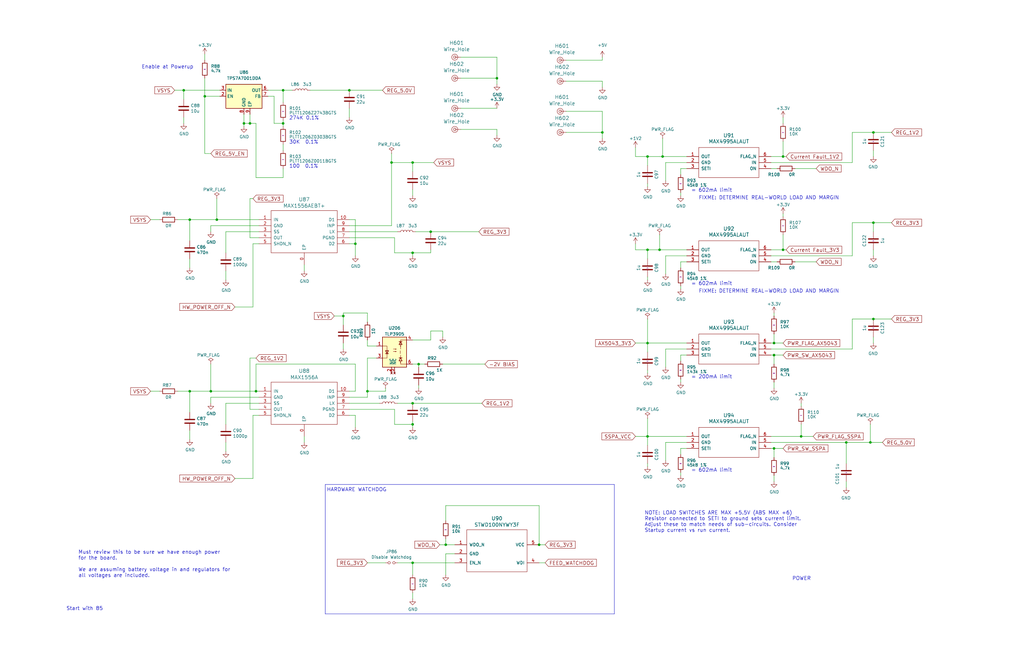
<source format=kicad_sch>
(kicad_sch (version 20230121) (generator eeschema)
  (paper "USLedger")
  (title_block (title "Radiation Tolerant PacSat Communication") (date "2023-06-17") (rev "A") (company "AMSAT-NA") (comment 1 "N5BRG"))
  (junction (at 181.61 97.79))
  (junction (at 187.96 229.87))
  (junction (at 147.32 38.1))
  (junction (at 227.33 229.87))
  (junction (at 326.39 144.78))
  (junction (at 254 55.88))
  (junction (at 279.4 66.04))
  (junction (at 86.36 40.64))
  (junction (at 173.99 106.68))
  (junction (at 77.47 38.1))
  (junction (at 278.13 105.41))
  (junction (at 80.01 165.1))
  (junction (at 273.05 184.15))
  (junction (at 368.3 134.62))
  (junction (at 88.9 165.1))
  (junction (at 119.38 52.07))
  (junction (at 102.87 52.07))
  (junction (at 119.38 38.1))
  (junction (at 144.78 133.35))
  (junction (at 149.86 102.87))
  (junction (at 330.2 105.41))
  (junction (at 105.41 52.07))
  (junction (at 154.94 165.1))
  (junction (at 165.1 68.58))
  (junction (at 173.99 179.07))
  (junction (at 337.82 184.15))
  (junction (at 356.87 186.69))
  (junction (at 330.2 66.04))
  (junction (at 173.99 237.49))
  (junction (at 80.01 92.71))
  (junction (at 368.3 55.88))
  (junction (at 107.95 165.1))
  (junction (at 91.44 92.71))
  (junction (at 173.99 170.18))
  (junction (at 173.99 68.58))
  (junction (at 273.05 105.41))
  (junction (at 326.39 149.86))
  (junction (at 209.55 33.02))
  (junction (at 273.05 66.04))
  (junction (at 367.03 186.69))
  (junction (at 368.3 93.98))
  (junction (at 273.05 144.78))
  (junction (at 326.39 189.23))
  (junction (at 176.53 153.67))
  (wire (pts (xy 287.02 81.28) (xy 287.02 82.55)))
  (wire (pts (xy 273.05 176.53) (xy 273.05 184.15)))
  (wire (pts (xy 147.32 172.72) (xy 166.37 172.72)))
  (wire (pts (xy 194.31 54.61) (xy 209.55 54.61)))
  (wire (pts (xy 330.2 66.04) (xy 331.47 66.04)))
  (wire (pts (xy 273.05 156.21) (xy 273.05 157.48)))
  (wire (pts (xy 181.61 143.51) (xy 181.61 139.7)))
  (polyline (pts (xy 137.16 204.47) (xy 259.08 204.47)))
  (wire (pts (xy 107.95 74.93) (xy 119.38 74.93)))
  (wire (pts (xy 95.25 97.79) (xy 95.25 106.68)))
  (wire (pts (xy 186.69 139.7) (xy 186.69 142.24)))
  (wire (pts (xy 359.41 107.95) (xy 359.41 93.98)))
  (wire (pts (xy 119.38 52.07) (xy 119.38 53.34)))
  (wire (pts (xy 359.41 68.58) (xy 359.41 55.88)))
  (wire (pts (xy 166.37 172.72) (xy 166.37 179.07)))
  (polyline (pts (xy 259.08 259.08) (xy 137.16 259.08)))
  (wire (pts (xy 176.53 153.67) (xy 179.07 153.67)))
  (wire (pts (xy 105.41 100.33) (xy 109.22 100.33)))
  (wire (pts (xy 359.41 134.62) (xy 359.41 147.32)))
  (wire (pts (xy 273.05 184.15) (xy 289.56 184.15)))
  (wire (pts (xy 330.2 49.53) (xy 330.2 52.07)))
  (wire (pts (xy 368.3 93.98) (xy 375.92 93.98)))
  (wire (pts (xy 176.53 153.67) (xy 176.53 154.94)))
  (wire (pts (xy 95.25 114.3) (xy 95.25 118.11)))
  (wire (pts (xy 154.94 143.51) (xy 154.94 146.05)))
  (wire (pts (xy 77.47 49.53) (xy 77.47 52.07)))
  (wire (pts (xy 144.78 132.08) (xy 144.78 133.35)))
  (wire (pts (xy 337.82 170.18) (xy 337.82 171.45)))
  (wire (pts (xy 115.57 52.07) (xy 119.38 52.07)))
  (wire (pts (xy 287.02 152.4) (xy 287.02 149.86)))
  (wire (pts (xy 167.64 237.49) (xy 173.99 237.49)))
  (wire (pts (xy 115.57 40.64) (xy 115.57 52.07)))
  (wire (pts (xy 147.32 165.1) (xy 149.86 165.1)))
  (wire (pts (xy 185.42 229.87) (xy 187.96 229.87)))
  (wire (pts (xy 279.4 66.04) (xy 289.56 66.04)))
  (wire (pts (xy 191.77 233.68) (xy 187.96 233.68)))
  (wire (pts (xy 335.28 71.12) (xy 344.17 71.12)))
  (wire (pts (xy 119.38 60.96) (xy 119.38 63.5)))
  (wire (pts (xy 187.96 229.87) (xy 191.77 229.87)))
  (wire (pts (xy 181.61 106.68) (xy 173.99 106.68)))
  (wire (pts (xy 109.22 97.79) (xy 95.25 97.79)))
  (wire (pts (xy 209.55 54.61) (xy 209.55 57.15)))
  (wire (pts (xy 368.3 66.04) (xy 368.3 63.5)))
  (wire (pts (xy 227.33 229.87) (xy 229.87 229.87)))
  (wire (pts (xy 63.5 92.71) (xy 67.31 92.71)))
  (wire (pts (xy 109.22 175.26) (xy 106.68 175.26)))
  (wire (pts (xy 368.3 105.41) (xy 368.3 107.95)))
  (wire (pts (xy 273.05 109.22) (xy 273.05 105.41)))
  (wire (pts (xy 254 46.99) (xy 254 55.88)))
  (wire (pts (xy 86.36 40.64) (xy 92.71 40.64)))
  (wire (pts (xy 356.87 186.69) (xy 367.03 186.69)))
  (wire (pts (xy 325.12 66.04) (xy 330.2 66.04)))
  (wire (pts (xy 337.82 184.15) (xy 342.9 184.15)))
  (wire (pts (xy 287.02 191.77) (xy 287.02 189.23)))
  (wire (pts (xy 326.39 200.66) (xy 326.39 203.2)))
  (wire (pts (xy 106.68 201.93) (xy 106.68 175.26)))
  (wire (pts (xy 105.41 48.26) (xy 105.41 52.07)))
  (wire (pts (xy 173.99 80.01) (xy 173.99 82.55)))
  (wire (pts (xy 267.97 62.23) (xy 267.97 66.04)))
  (wire (pts (xy 181.61 105.41) (xy 181.61 106.68)))
  (wire (pts (xy 113.03 40.64) (xy 115.57 40.64)))
  (wire (pts (xy 368.3 55.88) (xy 375.92 55.88)))
  (wire (pts (xy 119.38 50.8) (xy 119.38 52.07)))
  (wire (pts (xy 102.87 52.07) (xy 102.87 53.34)))
  (wire (pts (xy 176.53 162.56) (xy 176.53 163.83)))
  (wire (pts (xy 182.88 68.58) (xy 173.99 68.58)))
  (wire (pts (xy 326.39 144.78) (xy 325.12 144.78)))
  (wire (pts (xy 273.05 148.59) (xy 273.05 144.78)))
  (wire (pts (xy 107.95 74.93) (xy 107.95 52.07)))
  (wire (pts (xy 278.13 105.41) (xy 289.56 105.41)))
  (wire (pts (xy 109.22 167.64) (xy 88.9 167.64)))
  (wire (pts (xy 273.05 134.62) (xy 273.05 144.78)))
  (wire (pts (xy 77.47 38.1) (xy 92.71 38.1)))
  (wire (pts (xy 149.86 102.87) (xy 149.86 107.95)))
  (wire (pts (xy 144.78 132.08) (xy 154.94 132.08)))
  (wire (pts (xy 287.02 199.39) (xy 287.02 200.66)))
  (wire (pts (xy 186.69 153.67) (xy 204.47 153.67)))
  (wire (pts (xy 273.05 69.85) (xy 273.05 66.04)))
  (wire (pts (xy 77.47 41.91) (xy 77.47 38.1)))
  (wire (pts (xy 326.39 132.08) (xy 326.39 133.35)))
  (wire (pts (xy 187.96 213.36) (xy 227.33 213.36)))
  (wire (pts (xy 368.3 134.62) (xy 375.92 134.62)))
  (wire (pts (xy 330.2 66.04) (xy 330.2 59.69)))
  (wire (pts (xy 95.25 186.69) (xy 95.25 190.5)))
  (wire (pts (xy 325.12 184.15) (xy 337.82 184.15)))
  (wire (pts (xy 173.99 72.39) (xy 173.99 68.58)))
  (wire (pts (xy 273.05 195.58) (xy 273.05 196.85)))
  (wire (pts (xy 149.86 92.71) (xy 149.86 102.87)))
  (wire (pts (xy 80.01 165.1) (xy 88.9 165.1)))
  (wire (pts (xy 173.99 143.51) (xy 181.61 143.51)))
  (wire (pts (xy 86.36 22.86) (xy 86.36 25.4)))
  (wire (pts (xy 326.39 149.86) (xy 326.39 153.67)))
  (wire (pts (xy 173.99 179.07) (xy 173.99 180.34)))
  (wire (pts (xy 106.68 102.87) (xy 109.22 102.87)))
  (wire (pts (xy 356.87 195.58) (xy 356.87 186.69)))
  (wire (pts (xy 273.05 144.78) (xy 289.56 144.78)))
  (wire (pts (xy 80.01 92.71) (xy 80.01 101.6)))
  (wire (pts (xy 287.02 160.02) (xy 287.02 161.29)))
  (wire (pts (xy 144.78 144.78) (xy 144.78 147.32)))
  (wire (pts (xy 130.81 38.1) (xy 147.32 38.1)))
  (wire (pts (xy 287.02 73.66) (xy 287.02 71.12)))
  (wire (pts (xy 165.1 95.25) (xy 165.1 68.58)))
  (wire (pts (xy 95.25 170.18) (xy 95.25 179.07)))
  (wire (pts (xy 162.56 163.83) (xy 162.56 165.1)))
  (wire (pts (xy 162.56 237.49) (xy 154.94 237.49)))
  (wire (pts (xy 88.9 165.1) (xy 107.95 165.1)))
  (wire (pts (xy 326.39 161.29) (xy 326.39 163.83)))
  (wire (pts (xy 147.32 102.87) (xy 149.86 102.87)))
  (wire (pts (xy 173.99 250.19) (xy 173.99 252.73)))
  (wire (pts (xy 267.97 66.04) (xy 273.05 66.04)))
  (wire (pts (xy 209.55 24.13) (xy 209.55 33.02)))
  (wire (pts (xy 105.41 151.13) (xy 107.95 151.13)))
  (wire (pts (xy 173.99 153.67) (xy 176.53 153.67)))
  (wire (pts (xy 287.02 110.49) (xy 289.56 110.49)))
  (wire (pts (xy 105.41 52.07) (xy 107.95 52.07)))
  (wire (pts (xy 119.38 71.12) (xy 119.38 74.93)))
  (wire (pts (xy 368.3 144.78) (xy 368.3 142.24)))
  (wire (pts (xy 154.94 151.13) (xy 154.94 165.1)))
  (wire (pts (xy 102.87 48.26) (xy 102.87 52.07)))
  (wire (pts (xy 167.64 170.18) (xy 173.99 170.18)))
  (wire (pts (xy 113.03 38.1) (xy 119.38 38.1)))
  (wire (pts (xy 330.2 105.41) (xy 331.47 105.41)))
  (wire (pts (xy 107.95 153.67) (xy 107.95 165.1)))
  (wire (pts (xy 147.32 45.72) (xy 147.32 49.53)))
  (wire (pts (xy 86.36 33.02) (xy 86.36 40.64)))
  (wire (pts (xy 289.56 68.58) (xy 280.67 68.58)))
  (wire (pts (xy 273.05 105.41) (xy 278.13 105.41)))
  (wire (pts (xy 128.27 184.15) (xy 128.27 186.69)))
  (wire (pts (xy 173.99 177.8) (xy 173.99 179.07)))
  (wire (pts (xy 106.68 129.54) (xy 106.68 102.87)))
  (wire (pts (xy 267.97 184.15) (xy 273.05 184.15)))
  (wire (pts (xy 149.86 175.26) (xy 149.86 180.34)))
  (wire (pts (xy 238.76 55.88) (xy 254 55.88)))
  (wire (pts (xy 80.01 109.22) (xy 80.01 113.03)))
  (wire (pts (xy 74.93 165.1) (xy 80.01 165.1)))
  (wire (pts (xy 287.02 71.12) (xy 289.56 71.12)))
  (wire (pts (xy 175.26 97.79) (xy 181.61 97.79)))
  (wire (pts (xy 209.55 33.02) (xy 209.55 35.56)))
  (wire (pts (xy 359.41 93.98) (xy 368.3 93.98)))
  (wire (pts (xy 154.94 146.05) (xy 158.75 146.05)))
  (wire (pts (xy 88.9 95.25) (xy 88.9 97.79)))
  (wire (pts (xy 254 34.29) (xy 254 36.83)))
  (wire (pts (xy 368.3 93.98) (xy 368.3 97.79)))
  (wire (pts (xy 173.99 106.68) (xy 173.99 107.95)))
  (wire (pts (xy 147.32 97.79) (xy 167.64 97.79)))
  (wire (pts (xy 238.76 25.4) (xy 254 25.4)))
  (wire (pts (xy 287.02 120.65) (xy 287.02 121.92)))
  (wire (pts (xy 273.05 66.04) (xy 279.4 66.04)))
  (wire (pts (xy 367.03 186.69) (xy 372.11 186.69)))
  (wire (pts (xy 254 55.88) (xy 254 58.42)))
  (wire (pts (xy 287.02 189.23) (xy 289.56 189.23)))
  (wire (pts (xy 330.2 105.41) (xy 330.2 99.06)))
  (polyline (pts (xy 137.16 259.08) (xy 137.16 204.47)))
  (wire (pts (xy 359.41 147.32) (xy 325.12 147.32)))
  (wire (pts (xy 173.99 237.49) (xy 173.99 242.57)))
  (wire (pts (xy 105.41 83.82) (xy 106.68 83.82)))
  (wire (pts (xy 273.05 187.96) (xy 273.05 184.15)))
  (wire (pts (xy 109.22 170.18) (xy 95.25 170.18)))
  (wire (pts (xy 166.37 106.68) (xy 173.99 106.68)))
  (wire (pts (xy 80.01 92.71) (xy 91.44 92.71)))
  (wire (pts (xy 86.36 64.77) (xy 86.36 40.64)))
  (wire (pts (xy 227.33 237.49) (xy 229.87 237.49)))
  (wire (pts (xy 326.39 149.86) (xy 330.2 149.86)))
  (wire (pts (xy 325.12 149.86) (xy 326.39 149.86)))
  (wire (pts (xy 194.31 45.72) (xy 209.55 45.72)))
  (wire (pts (xy 238.76 46.99) (xy 254 46.99)))
  (wire (pts (xy 91.44 92.71) (xy 109.22 92.71)))
  (wire (pts (xy 325.12 71.12) (xy 327.66 71.12)))
  (wire (pts (xy 105.41 83.82) (xy 105.41 100.33)))
  (wire (pts (xy 147.32 95.25) (xy 165.1 95.25)))
  (wire (pts (xy 335.28 110.49) (xy 344.17 110.49)))
  (wire (pts (xy 267.97 144.78) (xy 273.05 144.78)))
  (wire (pts (xy 147.32 170.18) (xy 160.02 170.18)))
  (wire (pts (xy 267.97 105.41) (xy 273.05 105.41)))
  (wire (pts (xy 367.03 179.07) (xy 367.03 186.69)))
  (wire (pts (xy 88.9 153.67) (xy 88.9 165.1)))
  (wire (pts (xy 325.12 105.41) (xy 330.2 105.41)))
  (wire (pts (xy 88.9 64.77) (xy 86.36 64.77)))
  (wire (pts (xy 166.37 100.33) (xy 166.37 106.68)))
  (wire (pts (xy 119.38 38.1) (xy 119.38 43.18)))
  (wire (pts (xy 273.05 77.47) (xy 273.05 78.74)))
  (wire (pts (xy 88.9 167.64) (xy 88.9 170.18)))
  (wire (pts (xy 330.2 90.17) (xy 330.2 91.44)))
  (wire (pts (xy 109.22 95.25) (xy 88.9 95.25)))
  (wire (pts (xy 280.67 147.32) (xy 280.67 154.94)))
  (wire (pts (xy 289.56 107.95) (xy 280.67 107.95)))
  (wire (pts (xy 267.97 102.87) (xy 267.97 105.41)))
  (wire (pts (xy 147.32 38.1) (xy 161.29 38.1)))
  (wire (pts (xy 165.1 68.58) (xy 173.99 68.58)))
  (wire (pts (xy 154.94 165.1) (xy 154.94 167.64)))
  (wire (pts (xy 359.41 134.62) (xy 368.3 134.62)))
  (wire (pts (xy 105.41 172.72) (xy 105.41 151.13)))
  (wire (pts (xy 325.12 189.23) (xy 326.39 189.23)))
  (wire (pts (xy 325.12 110.49) (xy 327.66 110.49)))
  (polyline (pts (xy 259.08 204.47) (xy 259.08 259.08)))
  (wire (pts (xy 254 24.13) (xy 254 25.4)))
  (wire (pts (xy 326.39 193.04) (xy 326.39 189.23)))
  (wire (pts (xy 289.56 186.69) (xy 280.67 186.69)))
  (wire (pts (xy 273.05 116.84) (xy 273.05 118.11)))
  (wire (pts (xy 287.02 149.86) (xy 289.56 149.86)))
  (wire (pts (xy 99.06 129.54) (xy 106.68 129.54)))
  (wire (pts (xy 187.96 227.33) (xy 187.96 229.87)))
  (wire (pts (xy 326.39 140.97) (xy 326.39 144.78)))
  (wire (pts (xy 173.99 237.49) (xy 191.77 237.49)))
  (wire (pts (xy 194.31 24.13) (xy 209.55 24.13)))
  (wire (pts (xy 147.32 92.71) (xy 149.86 92.71)))
  (wire (pts (xy 109.22 172.72) (xy 105.41 172.72)))
  (wire (pts (xy 181.61 139.7) (xy 186.69 139.7)))
  (wire (pts (xy 325.12 186.69) (xy 356.87 186.69)))
  (wire (pts (xy 359.41 55.88) (xy 368.3 55.88)))
  (wire (pts (xy 166.37 179.07) (xy 173.99 179.07)))
  (wire (pts (xy 289.56 147.32) (xy 280.67 147.32)))
  (wire (pts (xy 187.96 219.71) (xy 187.96 213.36)))
  (wire (pts (xy 356.87 205.74) (xy 356.87 203.2)))
  (wire (pts (xy 325.12 107.95) (xy 359.41 107.95)))
  (wire (pts (xy 144.78 133.35) (xy 140.97 133.35)))
  (wire (pts (xy 173.99 170.18) (xy 203.2 170.18)))
  (wire (pts (xy 147.32 167.64) (xy 154.94 167.64)))
  (wire (pts (xy 102.87 52.07) (xy 105.41 52.07)))
  (wire (pts (xy 330.2 144.78) (xy 326.39 144.78)))
  (wire (pts (xy 287.02 113.03) (xy 287.02 110.49)))
  (wire (pts (xy 154.94 132.08) (xy 154.94 135.89)))
  (wire (pts (xy 326.39 189.23) (xy 330.2 189.23)))
  (wire (pts (xy 337.82 179.07) (xy 337.82 184.15)))
  (wire (pts (xy 80.01 165.1) (xy 80.01 173.99)))
  (wire (pts (xy 165.1 64.77) (xy 165.1 68.58)))
  (wire (pts (xy 147.32 175.26) (xy 149.86 175.26)))
  (wire (pts (xy 119.38 38.1) (xy 123.19 38.1)))
  (wire (pts (xy 149.86 153.67) (xy 107.95 153.67)))
  (wire (pts (xy 128.27 111.76) (xy 128.27 114.3)))
  (wire (pts (xy 278.13 99.06) (xy 278.13 105.41)))
  (wire (pts (xy 144.78 137.16) (xy 144.78 133.35)))
  (wire (pts (xy 280.67 186.69) (xy 280.67 194.31)))
  (wire (pts (xy 280.67 68.58) (xy 280.67 76.2)))
  (wire (pts (xy 74.93 92.71) (xy 80.01 92.71)))
  (wire (pts (xy 158.75 151.13) (xy 154.94 151.13)))
  (wire (pts (xy 149.86 165.1) (xy 149.86 153.67)))
  (wire (pts (xy 91.44 83.82) (xy 91.44 92.71)))
  (wire (pts (xy 187.96 233.68) (xy 187.96 242.57)))
  (wire (pts (xy 279.4 58.42) (xy 279.4 66.04)))
  (wire (pts (xy 325.12 68.58) (xy 359.41 68.58)))
  (wire (pts (xy 147.32 100.33) (xy 166.37 100.33)))
  (wire (pts (xy 77.47 38.1) (xy 73.66 38.1)))
  (wire (pts (xy 63.5 165.1) (xy 67.31 165.1)))
  (wire (pts (xy 194.31 33.02) (xy 209.55 33.02)))
  (wire (pts (xy 107.95 165.1) (xy 109.22 165.1)))
  (wire (pts (xy 181.61 97.79) (xy 201.93 97.79)))
  (wire (pts (xy 227.33 213.36) (xy 227.33 229.87)))
  (wire (pts (xy 80.01 181.61) (xy 80.01 185.42)))
  (wire (pts (xy 154.94 165.1) (xy 162.56 165.1)))
  (wire (pts (xy 99.06 201.93) (xy 106.68 201.93)))
  (wire (pts (xy 280.67 107.95) (xy 280.67 115.57)))
  (wire (pts (xy 238.76 34.29) (xy 254 34.29)))
  (text "= 200mA limit" (at 291.465 160.02 0) (effects (font (size 1.524 1.524)) (justify left bottom)))
  (text "Must review this to be sure we have enough power\nfor the board.\n\nWe are assuming battery voltage in and regulators for\nall voltages are included." (at 33.02 243.84 0) (effects (font (size 1.524 1.524)) (justify left bottom)))
  (text "FIXME: DETERMINE REAL-WORLD LOAD AND MARGIN" (at 294.64 84.455 0) (effects (font (size 1.524 1.524)) (justify left bottom)))
  (text "Start with 85" (at 27.94 257.81 0) (effects (font (size 1.524 1.524)) (justify left bottom)))
  (text "30K  0.1%" (at 121.92 60.96 0) (effects (font (size 1.524 1.524)) (justify left bottom)))
  (text "274K 0.1%" (at 121.92 50.8 0) (effects (font (size 1.524 1.524)) (justify left bottom)))
  (text "NOTE: LOAD SWITCHES ARE MAX +5.5V (ABS MAX +6)\nResistor connected to SETI to ground sets current limit.\nAdjust these to match needs of sub-circuits. Consider\nStartup current vs run current.\n" (at 271.78 224.79 0) (effects (font (size 1.524 1.524)) (justify left bottom)))
  (text "HARDWARE WATCHDOG" (at 137.795 207.645 0) (effects (font (size 1.524 1.524)) (justify left bottom)))
  (text "100  0.1%" (at 121.92 71.12 0) (effects (font (size 1.524 1.524)) (justify left bottom)))
  (text "FIXME: DETERMINE REAL-WORLD LOAD AND MARGIN" (at 294.64 123.825 0) (effects (font (size 1.524 1.524)) (justify left bottom)))
  (text "= 602mA limit" (at 291.465 120.65 0) (effects (font (size 1.524 1.524)) (justify left bottom)))
  (text "Enable at Powerup" (at 59.69 29.21 0) (effects (font (size 1.524 1.524)) (justify left bottom)))
  (text "= 602mA limit" (at 291.465 81.28 0) (effects (font (size 1.524 1.524)) (justify left bottom)))
  (text "POWER" (at 334.01 245.11 0) (effects (font (size 1.524 1.524)) (justify left bottom)))
  (text "= 602mA limit" (at 291.465 199.39 0) (effects (font (size 1.524 1.524)) (justify left bottom)))
  (global_label "HW_POWER_OFF_N" (shape input) (at 99.06 201.93 180) (effects (font (size 1.524 1.524))) (property "Intersheetrefs" "${INTERSHEET_REFS}" (effects hide)))
  (global_label "HW_POWER_OFF_N" (shape input) (at 99.06 129.54 180) (effects (font (size 1.524 1.524))) (property "Intersheetrefs" "${INTERSHEET_REFS}" (effects hide)))
  (global_label "PWR_FLAG_AX5043" (shape input) (at 330.2 144.78 0) (effects (font (size 1.524 1.524))) (property "Intersheetrefs" "${INTERSHEET_REFS}" (effects hide)))
  (global_label "-2V BIAS" (shape input) (at 204.47 153.67 0) (effects (font (size 1.524 1.524))) (property "Intersheetrefs" "${INTERSHEET_REFS}" (effects hide)))
  (global_label "VSYS" (shape input) (at 182.88 68.58 0) (effects (font (size 1.524 1.524))) (property "Intersheetrefs" "${INTERSHEET_REFS}" (effects hide)))
  (global_label "WDO_N" (shape input) (at 344.17 110.49 0) (effects (font (size 1.524 1.524))) (property "Intersheetrefs" "${INTERSHEET_REFS}" (effects hide)))
  (global_label "WDO_N" (shape input) (at 185.42 229.87 180) (effects (font (size 1.524 1.524))) (property "Intersheetrefs" "${INTERSHEET_REFS}" (effects hide)))
  (global_label "VSYS" (shape input) (at 63.5 165.1 180) (effects (font (size 1.524 1.524))) (property "Intersheetrefs" "${INTERSHEET_REFS}" (effects hide)))
  (global_label "REG_3V3" (shape input) (at 154.94 237.49 180) (effects (font (size 1.524 1.524))) (property "Intersheetrefs" "${INTERSHEET_REFS}" (effects hide)))
  (global_label "PWR_SW_SSPA" (shape input) (at 330.2 189.23 0) (effects (font (size 1.524 1.524))) (property "Intersheetrefs" "${INTERSHEET_REFS}" (effects hide)))
  (global_label "REG_1V2" (shape input) (at 107.95 151.13 0) (effects (font (size 1.524 1.524))) (property "Intersheetrefs" "${INTERSHEET_REFS}" (effects hide)))
  (global_label "REG_3V3" (shape input) (at 201.93 97.79 0) (effects (font (size 1.524 1.524))) (property "Intersheetrefs" "${INTERSHEET_REFS}" (effects hide)))
  (global_label "WDO_N" (shape input) (at 344.17 71.12 0) (effects (font (size 1.524 1.524))) (property "Intersheetrefs" "${INTERSHEET_REFS}" (effects hide)))
  (global_label "REG_1V2" (shape input) (at 203.2 170.18 0) (effects (font (size 1.524 1.524))) (property "Intersheetrefs" "${INTERSHEET_REFS}" (effects hide)))
  (global_label "VSYS" (shape input) (at 63.5 92.71 180) (effects (font (size 1.524 1.524))) (property "Intersheetrefs" "${INTERSHEET_REFS}" (effects hide)))
  (global_label "Current Fault_1V2" (shape input) (at 331.47 66.04 0) (effects (font (size 1.524 1.524))) (property "Intersheetrefs" "${INTERSHEET_REFS}" (effects hide)))
  (global_label "SSPA_VCC" (shape input) (at 267.97 184.15 180) (effects (font (size 1.524 1.524))) (property "Intersheetrefs" "${INTERSHEET_REFS}" (effects hide)))
  (global_label "REG_3V3" (shape input) (at 229.87 229.87 0) (effects (font (size 1.524 1.524))) (property "Intersheetrefs" "${INTERSHEET_REFS}" (effects hide)))
  (global_label "PWR_FLAG_SSPA" (shape input) (at 342.9 184.15 0) (effects (font (size 1.524 1.524))) (property "Intersheetrefs" "${INTERSHEET_REFS}" (effects hide)))
  (global_label "AX5043_3V3" (shape input) (at 267.97 144.78 180) (effects (font (size 1.524 1.524))) (property "Intersheetrefs" "${INTERSHEET_REFS}" (effects hide)))
  (global_label "REG_5V_EN" (shape input) (at 88.9 64.77 0) (effects (font (size 1.524 1.524))) (property "Intersheetrefs" "${INTERSHEET_REFS}" (effects hide)))
  (global_label "REG_3V3" (shape input) (at 106.68 83.82 0) (effects (font (size 1.524 1.524))) (property "Intersheetrefs" "${INTERSHEET_REFS}" (effects hide)))
  (global_label "VSYS" (shape input) (at 73.66 38.1 180) (effects (font (size 1.524 1.524))) (property "Intersheetrefs" "${INTERSHEET_REFS}" (effects hide)))
  (global_label "Current Fault_3V3" (shape input) (at 331.47 105.41 0) (effects (font (size 1.524 1.524))) (property "Intersheetrefs" "${INTERSHEET_REFS}" (effects hide)))
  (global_label "REG_1V2" (shape input) (at 375.92 55.88 0) (effects (font (size 1.524 1.524))) (property "Intersheetrefs" "${INTERSHEET_REFS}" (effects hide)))
  (global_label "PWR_SW_AX5043" (shape input) (at 330.2 149.86 0) (effects (font (size 1.524 1.524))) (property "Intersheetrefs" "${INTERSHEET_REFS}" (effects hide)))
  (global_label "REG_3V3" (shape input) (at 375.92 134.62 0) (effects (font (size 1.524 1.524))) (property "Intersheetrefs" "${INTERSHEET_REFS}" (effects hide)))
  (global_label "FEED_WATCHDOG" (shape input) (at 229.87 237.49 0) (effects (font (size 1.524 1.524))) (property "Intersheetrefs" "${INTERSHEET_REFS}" (effects hide)))
  (global_label "VSYS" (shape input) (at 140.97 133.35 180) (effects (font (size 1.524 1.524))) (property "Intersheetrefs" "${INTERSHEET_REFS}" (effects hide)))
  (global_label "REG_3V3" (shape input) (at 375.92 93.98 0) (effects (font (size 1.524 1.524))) (property "Intersheetrefs" "${INTERSHEET_REFS}" (effects hide)))
  (global_label "REG_5.0V" (shape input) (at 372.11 186.69 0) (effects (font (size 1.524 1.524))) (property "Intersheetrefs" "${INTERSHEET_REFS}" (effects hide)))
  (global_label "REG_5.0V" (shape input) (at 161.29 38.1 0) (effects (font (size 1.524 1.524))) (property "Intersheetrefs" "${INTERSHEET_REFS}" (effects hide)))
  (symbol (lib_id "Device:L") (at 171.45 97.79 90) (unit 1)
    (property "Reference" "L87" (at 168.91 95.25 90))
    (property "Value" "3u3" (at 173.99 95.25 90))
    (property "Footprint" "Inductor_SMD:L_1210_3225Metric_Pad1.42x2.65mm_HandSolder" (effects hide))
  )
  (symbol (lib_id "Device:C") (at 181.61 101.6 0) (unit 1)
    (property "Reference" "C94" (at 184.531 100.4316 0) (effects (justify left)))
    (property "Value" "22u" (at 184.531 102.743 0) (effects (justify left)))
    (property "Footprint" "Capacitor_SMD:C_2220_5650Metric_Pad1.97x5.40mm_HandSolder" (effects hide))
  )
  (symbol (lib_id "Device:C") (at 80.01 105.41 0) (unit 1)
    (property "Reference" "C86" (at 82.931 104.2416 0) (effects (justify left)))
    (property "Value" "470n" (at 82.931 106.553 0) (effects (justify left)))
    (property "Footprint" "Capacitor_SMD:C_0603_1608Metric_Pad1.08x0.95mm_HandSolder" (effects hide))
  )
  (symbol (lib_id "power:GND") (at 80.01 113.03 0) (unit 1)
    (property "Reference" "#PWR088" (effects hide))
    (property "Value" "GND" (at 80.137 117.4242 0))
  )
  (symbol (lib_id "Device:C") (at 173.99 76.2 0) (unit 1)
    (property "Reference" "C92" (at 176.911 75.0316 0) (effects (justify left)))
    (property "Value" "10u" (at 176.911 77.343 0) (effects (justify left)))
    (property "Footprint" "Capacitor_SMD:C_0603_1608Metric_Pad1.08x0.95mm_HandSolder" (effects hide))
  )
  (symbol (lib_id "power:GND") (at 173.99 82.55 0) (unit 1)
    (property "Reference" "#PWR0111" (effects hide))
    (property "Value" "GND" (at 174.117 86.9442 0))
  )
  (symbol (lib_id "power:GND") (at 173.99 107.95 0) (unit 1)
    (property "Reference" "#PWR0115" (effects hide))
    (property "Value" "GND" (at 174.117 112.3442 0))
  )
  (symbol (lib_id "power:GND") (at 280.67 154.94 0) (unit 1)
    (property "Reference" "#PWR0135" (effects hide))
    (property "Value" "GND" (at 280.797 159.3342 0))
  )
  (symbol (lib_id "Device:C") (at 368.3 138.43 0) (mirror y) (unit 1)
    (property "Reference" "C123" (at 372.11 138.43 90))
    (property "Value" "1u" (at 364.49 138.43 90))
    (property "Footprint" "Capacitor_SMD:C_0805_2012Metric_Pad1.18x1.45mm_HandSolder" (effects hide))
    (property "Datasheet" "~" (at 368.3 138.43 0))
  )
  (symbol (lib_id "power:GND") (at 368.3 144.78 0) (mirror y) (unit 1)
    (property "Reference" "#PWR0190" (effects hide))
    (property "Value" "GND" (at 368.173 149.1742 0))
  )
  (symbol (lib_id "power:GND") (at 356.87 205.74 0) (mirror y) (unit 1)
    (property "Reference" "#PWR0187" (effects hide))
    (property "Value" "GND" (at 356.743 210.1342 0))
  )
  (symbol (lib_id "Device:C") (at 356.87 199.39 0) (mirror y) (unit 1)
    (property "Reference" "C101" (at 353.06 201.93 90))
    (property "Value" "1u" (at 353.06 196.85 90))
    (property "Footprint" "Capacitor_SMD:C_0805_2012Metric_Pad1.18x1.45mm_HandSolder" (effects hide))
    (property "Datasheet" "~" (at 356.87 199.39 0))
  )
  (symbol (lib_id "PACSAT_ICs:MAX1556A") (at 128.27 97.79 0) (unit 1)
    (property "Reference" "U87" (at 128.27 84.1502 0) (effects (font (size 1.524 1.524))))
    (property "Value" "MAX1556AEBT+" (at 128.27 86.8426 0) (effects (font (size 1.524 1.524))))
    (property "Footprint" "PacSatDev_maxim:TDFN_T1033_1" (effects hide))
  )
  (symbol (lib_id "Device:R") (at 71.12 92.71 90) (unit 1)
    (property "Reference" "R86" (at 72.39 90.17 90) (effects (justify left)))
    (property "Value" "0R" (at 72.39 95.25 90) (effects (justify left)))
    (property "Footprint" "Resistor_SMD:R_0603_1608Metric_Pad0.98x0.95mm_HandSolder" (effects hide))
  )
  (symbol (lib_id "Device:C") (at 95.25 110.49 0) (unit 1)
    (property "Reference" "C89" (at 98.171 109.3216 0) (effects (justify left)))
    (property "Value" "1000p" (at 98.171 111.633 0) (effects (justify left)))
    (property "Footprint" "Capacitor_SMD:C_0603_1608Metric_Pad1.08x0.95mm_HandSolder" (effects hide))
  )
  (symbol (lib_id "power:GND") (at 95.25 118.11 0) (unit 1)
    (property "Reference" "#PWR098" (effects hide))
    (property "Value" "GND" (at 95.377 122.5042 0))
  )
  (symbol (lib_id "power:GND") (at 88.9 97.79 0) (unit 1)
    (property "Reference" "#PWR096" (effects hide))
    (property "Value" "GND" (at 89.027 102.1842 0))
  )
  (symbol (lib_id "power:GND") (at 128.27 114.3 0) (unit 1)
    (property "Reference" "#PWR0108" (effects hide))
    (property "Value" "GND" (at 128.397 118.6942 0))
  )
  (symbol (lib_id "power:GND") (at 149.86 107.95 0) (unit 1)
    (property "Reference" "#PWR0113" (effects hide))
    (property "Value" "GND" (at 149.987 112.3442 0))
  )
  (symbol (lib_id "Device:L") (at 163.83 170.18 90) (unit 1)
    (property "Reference" "L88" (at 161.29 167.64 90))
    (property "Value" "3u3" (at 166.37 167.64 90))
    (property "Footprint" "Inductor_SMD:L_1210_3225Metric_Pad1.42x2.65mm_HandSolder" (effects hide))
  )
  (symbol (lib_id "Device:C") (at 173.99 173.99 0) (unit 1)
    (property "Reference" "C95" (at 176.911 172.8216 0) (effects (justify left)))
    (property "Value" "22u" (at 176.911 175.133 0) (effects (justify left)))
    (property "Footprint" "Capacitor_SMD:C_2220_5650Metric_Pad1.97x5.40mm_HandSolder" (effects hide))
  )
  (symbol (lib_id "Device:C") (at 80.01 177.8 0) (unit 1)
    (property "Reference" "C87" (at 82.931 176.6316 0) (effects (justify left)))
    (property "Value" "470n" (at 82.931 178.943 0) (effects (justify left)))
    (property "Footprint" "Capacitor_SMD:C_0603_1608Metric_Pad1.08x0.95mm_HandSolder" (effects hide))
  )
  (symbol (lib_id "power:GND") (at 80.01 185.42 0) (unit 1)
    (property "Reference" "#PWR092" (effects hide))
    (property "Value" "GND" (at 80.137 189.8142 0))
  )
  (symbol (lib_id "Device:C") (at 144.78 140.97 0) (unit 1)
    (property "Reference" "C93" (at 147.701 139.8016 0) (effects (justify left)))
    (property "Value" "10u" (at 147.701 142.113 0) (effects (justify left)))
    (property "Footprint" "Capacitor_SMD:C_2220_5650Metric_Pad1.97x5.40mm_HandSolder" (effects hide))
  )
  (symbol (lib_id "power:GND") (at 144.78 147.32 0) (unit 1)
    (property "Reference" "#PWR0112" (effects hide))
    (property "Value" "GND" (at 144.907 151.7142 0))
  )
  (symbol (lib_id "power:GND") (at 173.99 180.34 0) (unit 1)
    (property "Reference" "#PWR0116" (effects hide))
    (property "Value" "GND" (at 174.117 184.7342 0))
  )
  (symbol (lib_id "PACSAT_ICs:MAX1556A") (at 128.27 170.18 0) (unit 1)
    (property "Reference" "U88" (at 128.27 156.5402 0) (effects (font (size 1.524 1.524))))
    (property "Value" "MAX1556A" (at 128.27 159.2326 0) (effects (font (size 1.524 1.524))))
    (property "Footprint" "PacSatDev_maxim:TDFN_T1033_1" (effects hide))
  )
  (symbol (lib_id "Device:R") (at 71.12 165.1 90) (unit 1)
    (property "Reference" "R87" (at 72.39 162.56 90) (effects (justify left)))
    (property "Value" "0R" (at 72.39 167.64 90) (effects (justify left)))
    (property "Footprint" "Resistor_SMD:R_0603_1608Metric_Pad0.98x0.95mm_HandSolder" (effects hide))
  )
  (symbol (lib_id "Device:C") (at 95.25 182.88 0) (unit 1)
    (property "Reference" "C90" (at 98.171 181.7116 0) (effects (justify left)))
    (property "Value" "1000p" (at 98.171 184.023 0) (effects (justify left)))
    (property "Footprint" "Capacitor_SMD:C_0603_1608Metric_Pad1.08x0.95mm_HandSolder" (effects hide))
  )
  (symbol (lib_id "power:GND") (at 95.25 190.5 0) (unit 1)
    (property "Reference" "#PWR099" (effects hide))
    (property "Value" "GND" (at 95.377 194.8942 0))
  )
  (symbol (lib_id "power:GND") (at 88.9 170.18 0) (unit 1)
    (property "Reference" "#PWR097" (effects hide))
    (property "Value" "GND" (at 89.027 174.5742 0))
  )
  (symbol (lib_id "power:GND") (at 128.27 186.69 0) (unit 1)
    (property "Reference" "#PWR0109" (effects hide))
    (property "Value" "GND" (at 128.397 191.0842 0))
  )
  (symbol (lib_id "power:GND") (at 149.86 180.34 0) (unit 1)
    (property "Reference" "#PWR0114" (effects hide))
    (property "Value" "GND" (at 149.987 184.7342 0))
  )
  (symbol (lib_id "Device:R") (at 287.02 156.21 0) (unit 1)
    (property "Reference" "R95" (at 289.56 154.94 0) (effects (justify left)))
    (property "Value" "143k 1%" (at 289.56 156.845 0) (effects (justify left)))
    (property "Footprint" "Resistor_SMD:R_0603_1608Metric_Pad0.98x0.95mm_HandSolder" (effects hide))
    (property "Datasheet" "~" (at 287.02 156.21 0))
  )
  (symbol (lib_id "power:GND") (at 287.02 161.29 0) (unit 1)
    (property "Reference" "#PWR0139" (effects hide))
    (property "Value" "GND" (at 287.147 165.6842 0))
  )
  (symbol (lib_id "power:GND") (at 280.67 194.31 0) (unit 1)
    (property "Reference" "#PWR0136" (effects hide))
    (property "Value" "GND" (at 280.797 198.7042 0))
  )
  (symbol (lib_id "Device:R") (at 287.02 195.58 0) (unit 1)
    (property "Reference" "R96" (at 289.56 194.31 0) (effects (justify left)))
    (property "Value" "45k8 1%" (at 289.56 196.215 0) (effects (justify left)))
    (property "Footprint" "Resistor_SMD:R_0603_1608Metric_Pad0.98x0.95mm_HandSolder" (effects hide))
    (property "Datasheet" "~" (at 287.02 195.58 0))
  )
  (symbol (lib_id "power:GND") (at 287.02 200.66 0) (unit 1)
    (property "Reference" "#PWR0162" (effects hide))
    (property "Value" "GND" (at 287.147 205.0542 0))
  )
  (symbol (lib_id "Device:C") (at 273.05 152.4 0) (mirror y) (unit 1)
    (property "Reference" "C99" (at 276.86 152.4 90))
    (property "Value" "1u" (at 269.24 152.4 90))
    (property "Footprint" "Capacitor_SMD:C_0805_2012Metric_Pad1.18x1.45mm_HandSolder" (effects hide))
    (property "Datasheet" "~" (at 273.05 152.4 0))
  )
  (symbol (lib_id "power:GND") (at 273.05 157.48 0) (unit 1)
    (property "Reference" "#PWR0131" (effects hide))
    (property "Value" "GND" (at 273.177 161.8742 0))
  )
  (symbol (lib_id "Device:C") (at 273.05 191.77 0) (mirror y) (unit 1)
    (property "Reference" "C100" (at 276.86 191.77 90))
    (property "Value" "1u" (at 269.24 191.77 90))
    (property "Footprint" "Capacitor_SMD:C_0805_2012Metric_Pad1.18x1.45mm_HandSolder" (effects hide))
    (property "Datasheet" "~" (at 273.05 191.77 0))
  )
  (symbol (lib_id "power:GND") (at 273.05 196.85 0) (unit 1)
    (property "Reference" "#PWR0132" (effects hide))
    (property "Value" "GND" (at 273.177 201.2442 0))
  )
  (symbol (lib_id "power:GND") (at 280.67 115.57 0) (unit 1)
    (property "Reference" "#PWR0134" (effects hide))
    (property "Value" "GND" (at 280.797 119.9642 0))
  )
  (symbol (lib_id "Device:C") (at 368.3 101.6 0) (mirror x) (unit 1)
    (property "Reference" "C122" (at 364.49 101.6 90))
    (property "Value" "1u" (at 372.11 101.6 90))
    (property "Footprint" "Capacitor_SMD:C_0805_2012Metric_Pad1.18x1.45mm_HandSolder" (effects hide))
    (property "Datasheet" "~" (at 368.3 101.6 0))
  )
  (symbol (lib_id "power:GND") (at 368.3 107.95 0) (mirror y) (unit 1)
    (property "Reference" "#PWR0189" (effects hide))
    (property "Value" "GND" (at 368.173 112.3442 0))
  )
  (symbol (lib_id "Device:C") (at 273.05 113.03 0) (mirror y) (unit 1)
    (property "Reference" "C98" (at 276.86 113.03 90))
    (property "Value" "1u" (at 269.24 113.03 90))
    (property "Footprint" "Capacitor_SMD:C_0805_2012Metric_Pad1.18x1.45mm_HandSolder" (effects hide))
    (property "Datasheet" "~" (at 273.05 113.03 0))
  )
  (symbol (lib_id "power:GND") (at 273.05 118.11 0) (unit 1)
    (property "Reference" "#PWR0130" (effects hide))
    (property "Value" "GND" (at 273.177 122.5042 0))
  )
  (symbol (lib_id "Device:R") (at 287.02 116.84 0) (unit 1)
    (property "Reference" "R94" (at 289.56 115.57 0) (effects (justify left)))
    (property "Value" "45k8 1%" (at 289.56 117.475 0) (effects (justify left)))
    (property "Footprint" "Resistor_SMD:R_0603_1608Metric_Pad0.98x0.95mm_HandSolder" (effects hide))
    (property "Datasheet" "~" (at 287.02 116.84 0))
  )
  (symbol (lib_id "power:GND") (at 287.02 121.92 0) (unit 1)
    (property "Reference" "#PWR0138" (effects hide))
    (property "Value" "GND" (at 287.147 126.3142 0))
  )
  (symbol (lib_id "power:GND") (at 280.67 76.2 0) (unit 1)
    (property "Reference" "#PWR0133" (effects hide))
    (property "Value" "GND" (at 280.797 80.5942 0))
  )
  (symbol (lib_id "Device:C") (at 368.3 59.69 0) (mirror y) (unit 1)
    (property "Reference" "C121" (at 372.11 59.69 90))
    (property "Value" "1u" (at 364.49 59.69 90))
    (property "Footprint" "Capacitor_SMD:C_0805_2012Metric_Pad1.18x1.45mm_HandSolder" (effects hide))
    (property "Datasheet" "~" (at 368.3 59.69 0))
  )
  (symbol (lib_id "power:GND") (at 368.3 66.04 0) (mirror y) (unit 1)
    (property "Reference" "#PWR0188" (effects hide))
    (property "Value" "GND" (at 368.173 70.4342 0))
  )
  (symbol (lib_id "Device:C") (at 273.05 73.66 0) (mirror y) (unit 1)
    (property "Reference" "C97" (at 276.86 73.66 90))
    (property "Value" "1u" (at 269.24 73.66 90))
    (property "Footprint" "Capacitor_SMD:C_0805_2012Metric_Pad1.18x1.45mm_HandSolder" (effects hide))
    (property "Datasheet" "~" (at 273.05 73.66 0))
  )
  (symbol (lib_id "power:GND") (at 273.05 78.74 0) (unit 1)
    (property "Reference" "#PWR0129" (effects hide))
    (property "Value" "GND" (at 273.177 83.1342 0))
  )
  (symbol (lib_id "Device:R") (at 287.02 77.47 0) (unit 1)
    (property "Reference" "R93" (at 289.56 76.2 0) (effects (justify left)))
    (property "Value" "45k8 1%" (at 289.56 78.105 0) (effects (justify left)))
    (property "Footprint" "Resistor_SMD:R_0603_1608Metric_Pad0.98x0.95mm_HandSolder" (effects hide))
    (property "Datasheet" "~" (at 287.02 77.47 0))
  )
  (symbol (lib_id "power:GND") (at 287.02 82.55 0) (unit 1)
    (property "Reference" "#PWR0137" (effects hide))
    (property "Value" "GND" (at 287.147 86.9442 0))
  )
  (symbol (lib_id "PACSAT_ICs:STWD100NYWY3F") (at 209.55 233.68 0) (unit 1)
    (property "Reference" "U90" (at 209.55 218.7702 0) (effects (font (size 1.524 1.524))))
    (property "Value" "STWD100NYWY3F" (at 209.55 221.4626 0) (effects (font (size 1.524 1.524))))
    (property "Footprint" "Package_TO_SOT_SMD:SOT-353_SC-70-5" (effects hide))
  )
  (symbol (lib_id "power:GND") (at 187.96 242.57 0) (unit 1)
    (property "Reference" "#PWR0119" (effects hide))
    (property "Value" "GND" (at 188.087 246.9642 0))
  )
  (symbol (lib_id "Device:R") (at 187.96 223.52 0) (unit 1)
    (property "Reference" "R91" (at 190.5 222.25 0) (effects (justify left)))
    (property "Value" "10k" (at 190.5 224.155 0) (effects (justify left)))
    (property "Footprint" "Resistor_SMD:R_0603_1608Metric_Pad0.98x0.95mm_HandSolder" (effects hide))
    (property "Datasheet" "~" (at 187.96 223.52 0))
  )
  (symbol (lib_id "Device:R") (at 173.99 246.38 0) (unit 1)
    (property "Reference" "R90" (at 176.53 245.11 0) (effects (justify left)))
    (property "Value" "10k" (at 176.53 247.015 0) (effects (justify left)))
    (property "Footprint" "Resistor_SMD:R_0603_1608Metric_Pad0.98x0.95mm_HandSolder" (effects hide))
    (property "Datasheet" "~" (at 173.99 246.38 0))
  )
  (symbol (lib_id "power:GND") (at 173.99 252.73 0) (unit 1)
    (property "Reference" "#PWR0117" (effects hide))
    (property "Value" "GND" (at 174.117 257.1242 0))
  )
  (symbol (lib_id "PACSAT_DEV_misc:Jumper_NO_Small") (at 165.1 237.49 0) (unit 1)
    (property "Reference" "JP86" (at 165.1 232.791 0))
    (property "Value" "Disable Watchdog" (at 165.1 235.1024 0))
    (property "Footprint" "Jumper:SolderJumper-2_P1.3mm_Open_RoundedPad1.0x1.5mm" (effects hide))
  )
  (symbol (lib_id "Device:R") (at 331.47 71.12 90) (unit 1)
    (property "Reference" "R108" (at 328.93 73.66 90) (effects (justify left)))
    (property "Value" "0R" (at 335.28 73.66 90) (effects (justify left)))
    (property "Footprint" "Resistor_SMD:R_0603_1608Metric_Pad0.98x0.95mm_HandSolder" (effects hide))
  )
  (symbol (lib_id "Device:R") (at 331.47 110.49 90) (unit 1)
    (property "Reference" "R109" (at 328.93 113.03 90) (effects (justify left)))
    (property "Value" "0R" (at 335.28 113.03 90) (effects (justify left)))
    (property "Footprint" "Resistor_SMD:R_0603_1608Metric_Pad0.98x0.95mm_HandSolder" (effects hide))
  )
  (symbol (lib_id "Device:R") (at 326.39 157.48 0) (unit 1)
    (property "Reference" "R98" (at 328.93 156.21 0) (effects (justify left)))
    (property "Value" "4.7k" (at 328.93 158.115 0) (effects (justify left)))
    (property "Footprint" "Resistor_SMD:R_0603_1608Metric_Pad0.98x0.95mm_HandSolder" (effects hide))
    (property "Datasheet" "~" (at 326.39 157.48 0))
  )
  (symbol (lib_id "power:GND") (at 326.39 163.83 0) (unit 1)
    (property "Reference" "#PWR0164" (effects hide))
    (property "Value" "GND" (at 326.517 168.2242 0))
  )
  (symbol (lib_id "Device:R") (at 326.39 196.85 0) (unit 1)
    (property "Reference" "R99" (at 328.93 195.58 0) (effects (justify left)))
    (property "Value" "4.7k" (at 328.93 197.485 0) (effects (justify left)))
    (property "Footprint" "Resistor_SMD:R_0603_1608Metric_Pad0.98x0.95mm_HandSolder" (effects hide))
    (property "Datasheet" "~" (at 326.39 196.85 0))
  )
  (symbol (lib_id "power:GND") (at 326.39 203.2 0) (unit 1)
    (property "Reference" "#PWR0165" (effects hide))
    (property "Value" "GND" (at 326.517 207.5942 0))
  )
  (symbol (lib_id "power:+3.3V") (at 209.55 45.72 0) (unit 1)
    (property "Reference" "#PWR0120" (effects hide))
    (property "Value" "+3.3V" (at 209.55 41.91 0))
  )
  (symbol (lib_id "power:+3.3V") (at 86.36 22.86 0) (unit 1)
    (property "Reference" "#PWR043" (effects hide))
    (property "Value" "+3.3V" (at 86.36 19.05 0))
  )
  (symbol (lib_id "power:GND") (at 102.87 53.34 0) (unit 1)
    (property "Reference" "#PWR0100" (effects hide))
    (property "Value" "GND" (at 102.997 57.7342 0))
  )
  (symbol (lib_id "Device:L") (at 127 38.1 90) (unit 1)
    (property "Reference" "L86" (at 124.46 35.56 90))
    (property "Value" "3u3" (at 129.54 35.56 90))
    (property "Footprint" "Inductor_SMD:L_1210_3225Metric_Pad1.42x2.65mm_HandSolder" (effects hide))
  )
  (symbol (lib_id "power:GND") (at 209.55 35.56 0) (unit 1)
    (property "Reference" "#PWR0625" (effects hide))
    (property "Value" "GND" (at 209.677 39.9542 0))
    (instances (project "pACsAT_dEV_rEVc_230907" (path "" (reference "#PWR0625") (unit 1)) (path "" (reference "#PWR0103") (unit 1)) (path "" (reference "#PWR0625") (unit 1)) (path "" (reference "#PWR0103") (unit 1))))
  )
  (symbol (lib_id "PACSAT_DEV_misc:CUBESAT_MOUNT_HOLE_1") (at 191.77 33.02 0) (unit 1)
    (property "Reference" "H602" (at 192.5574 27.0002 0) (effects (font (size 1.524 1.524))))
    (property "Value" "Wire_Hole" (at 192.5574 29.6926 0) (effects (font (size 1.524 1.524))))
    (property "Footprint" "PacSatDev_misc:Wire_Hole" (effects hide))
    (instances (project "pACsAT_dEV_rEVc_230907" (path "" (reference "H602") (unit 1)) (path "" (reference "H11") (unit 1)) (path "" (reference "H3") (unit 1)) (path "" (reference "H11") (unit 1))))
  )
  (symbol (lib_id "PACSAT_DEV_misc:CUBESAT_MOUNT_HOLE_1") (at 236.22 25.4 0) (unit 1)
    (property "Reference" "H601" (at 237.0074 19.3802 0) (effects (font (size 1.524 1.524))))
    (property "Value" "Wire_Hole" (at 237.0074 22.0726 0) (effects (font (size 1.524 1.524))))
    (property "Footprint" "PacSatDev_misc:Wire_Hole" (effects hide))
    (instances (project "pACsAT_dEV_rEVc_230907" (path "" (reference "H601") (unit 1)) (path "" (reference "H14") (unit 1)) (path "" (reference "H2") (unit 1)) (path "" (reference "H14") (unit 1))))
  )
  (symbol (lib_id "Device:C") (at 176.53 158.75 0) (unit 1)
    (property "Reference" "C96" (at 179.451 157.5816 0) (effects (justify left)))
    (property "Value" "10u" (at 179.451 159.893 0) (effects (justify left)))
    (property "Footprint" "Capacitor_SMD:C_0603_1608Metric_Pad1.08x0.95mm_HandSolder" (effects hide))
  )
  (symbol (lib_id "power:GND") (at 254 36.83 0) (unit 1)
    (property "Reference" "#PWR0625" (effects hide))
    (property "Value" "GND" (at 254.127 41.2242 0))
    (instances (project "pACsAT_dEV_rEVc_230907" (path "" (reference "#PWR0625") (unit 1)) (path "" (reference "#PWR0105") (unit 1)) (path "" (reference "#PWR0625") (unit 1)) (path "" (reference "#PWR0105") (unit 1))))
  )
  (symbol (lib_id "power:+3.3V") (at 267.97 102.87 0) (unit 1)
    (property "Reference" "#PWR0128" (effects hide))
    (property "Value" "+3.3V" (at 267.97 99.06 0))
  )
  (symbol (lib_id "power:PWR_FLAG") (at 279.4 58.42 0) (unit 1)
    (property "Reference" "#FLG0602" (effects hide))
    (property "Value" "PWR_FLAG" (at 279.4 54.61 0))
  )
  (symbol (lib_id "Device:R") (at 119.38 57.15 0) (unit 1)
    (property "Reference" "R102" (at 121.92 55.88 0) (effects (justify left)))
    (property "Value" "PLTT1206Z0303BGTS" (at 121.92 57.785 0) (effects (justify left)))
    (property "Footprint" "Resistor_SMD:R_1210_3225Metric_Pad1.30x2.65mm_HandSolder" (effects hide))
    (property "Datasheet" "~" (at 119.38 57.15 0))
  )
  (symbol (lib_id "power:PWR_FLAG") (at 273.05 176.53 0) (unit 1)
    (property "Reference" "#FLG07" (effects hide))
    (property "Value" "PWR_FLAG" (at 273.05 172.72 0))
  )
  (symbol (lib_id "power:+3.3V") (at 337.82 170.18 0) (unit 1)
    (property "Reference" "#PWR0186" (effects hide))
    (property "Value" "+3.3V" (at 337.82 166.37 0))
  )
  (symbol (lib_id "Device:C") (at 147.32 41.91 0) (unit 1)
    (property "Reference" "C91" (at 150.241 40.7416 0) (effects (justify left)))
    (property "Value" "22u" (at 150.241 43.053 0) (effects (justify left)))
    (property "Footprint" "Capacitor_SMD:C_2220_5650Metric_Pad1.97x5.40mm_HandSolder" (effects hide))
  )
  (symbol (lib_id "Device:R") (at 330.2 95.25 0) (unit 1)
    (property "Reference" "R107" (at 332.74 93.98 0) (effects (justify left)))
    (property "Value" "10K" (at 332.74 95.885 0) (effects (justify left)))
    (property "Footprint" "Resistor_SMD:R_0603_1608Metric_Pad0.98x0.95mm_HandSolder" (effects hide))
    (property "Datasheet" "~" (at 330.2 95.25 0))
  )
  (symbol (lib_id "PACSAT_DEV_misc:CUBESAT_MOUNT_HOLE_1") (at 191.77 54.61 0) (unit 1)
    (property "Reference" "H602" (at 192.5574 48.5902 0) (effects (font (size 1.524 1.524))))
    (property "Value" "Wire_Hole" (at 192.5574 51.2826 0) (effects (font (size 1.524 1.524))))
    (property "Footprint" "PacSatDev_misc:Wire_Hole" (effects hide))
    (instances (project "pACsAT_dEV_rEVc_230907" (path "" (reference "H602") (unit 1)) (path "" (reference "H13") (unit 1)) (path "" (reference "H3") (unit 1)) (path "" (reference "H13") (unit 1))))
  )
  (symbol (lib_id "PACSAT_DEV_misc:CUBESAT_MOUNT_HOLE_1") (at 236.22 55.88 0) (unit 1)
    (property "Reference" "H602" (at 237.0074 49.8602 0) (effects (font (size 1.524 1.524))))
    (property "Value" "Wire_Hole" (at 237.0074 52.5526 0) (effects (font (size 1.524 1.524))))
    (property "Footprint" "PacSatDev_misc:Wire_Hole" (effects hide))
    (instances (project "pACsAT_dEV_rEVc_230907" (path "" (reference "H602") (unit 1)) (path "" (reference "H17") (unit 1)) (path "" (reference "H3") (unit 1)) (path "" (reference "H17") (unit 1))))
  )
  (symbol (lib_id "power:PWR_FLAG") (at 88.9 153.67 0) (unit 1)
    (property "Reference" "#FLG0103" (effects hide))
    (property "Value" "PWR_FLAG" (at 92.71 149.86 0) (effects (justify right)))
    (instances (project "pACsAT_dEV_rEVc_230907" (path "" (reference "#FLG0103") (unit 1)) (path "" (reference "#FLG086") (unit 1))))
  )
  (symbol (lib_id "power:GND") (at 147.32 49.53 0) (unit 1)
    (property "Reference" "#PWR0110" (effects hide))
    (property "Value" "GND" (at 147.447 53.9242 0))
  )
  (symbol (lib_id "power:+3.3V") (at 330.2 49.53 0) (unit 1)
    (property "Reference" "#PWR0168" (effects hide))
    (property "Value" "+3.3V" (at 330.2 45.72 0))
  )
  (symbol (lib_id "power:PWR_FLAG") (at 165.1 64.77 0) (unit 1)
    (property "Reference" "#FLG0103" (effects hide))
    (property "Value" "PWR_FLAG" (at 168.91 60.96 0) (effects (justify right)))
    (instances (project "pACsAT_dEV_rEVc_230907" (path "" (reference "#FLG0103") (unit 1)) (path "" (reference "#FLG088") (unit 1))))
  )
  (symbol (lib_id "Regulator_Linear:TPS7A7001DDA") (at 102.87 40.64 0) (unit 1)
    (property "Reference" "U86" (at 102.87 30.48 0))
    (property "Value" "TPS7A7001DDA" (at 102.87 33.02 0))
    (property "Footprint" "Package_SO:TI_SO-PowerPAD-8" (effects hide))
    (property "Datasheet" "http://www.ti.com/lit/ds/symlink/tps7a7001.pdf" (effects hide))
  )
  (symbol (lib_id "power:+3.3V") (at 330.2 90.17 0) (unit 1)
    (property "Reference" "#PWR0185" (effects hide))
    (property "Value" "+3.3V" (at 330.2 86.36 0))
  )
  (symbol (lib_id "Device:R") (at 326.39 137.16 0) (unit 1)
    (property "Reference" "R97" (at 328.93 135.89 0) (effects (justify left)))
    (property "Value" "10K" (at 328.93 137.795 0) (effects (justify left)))
    (property "Footprint" "Resistor_SMD:R_0603_1608Metric_Pad0.98x0.95mm_HandSolder" (effects hide))
    (property "Datasheet" "~" (at 326.39 137.16 0))
  )
  (symbol (lib_id "Device:R") (at 330.2 55.88 0) (unit 1)
    (property "Reference" "R100" (at 332.74 54.61 0) (effects (justify left)))
    (property "Value" "10K" (at 332.74 56.515 0) (effects (justify left)))
    (property "Footprint" "Resistor_SMD:R_0603_1608Metric_Pad0.98x0.95mm_HandSolder" (effects hide))
    (property "Datasheet" "~" (at 330.2 55.88 0))
  )
  (symbol (lib_id "PACSAT_DEV_misc:CUBESAT_MOUNT_HOLE_1") (at 191.77 24.13 0) (unit 1)
    (property "Reference" "H601" (at 192.5574 18.1102 0) (effects (font (size 1.524 1.524))))
    (property "Value" "Wire_Hole" (at 192.5574 20.8026 0) (effects (font (size 1.524 1.524))))
    (property "Footprint" "PacSatDev_misc:Wire_Hole" (effects hide))
    (instances (project "pACsAT_dEV_rEVc_230907" (path "" (reference "H601") (unit 1)) (path "" (reference "H10") (unit 1)) (path "" (reference "H2") (unit 1)) (path "" (reference "H10") (unit 1))))
  )
  (symbol (lib_id "Device:R") (at 119.38 67.31 0) (unit 1)
    (property "Reference" "R103" (at 121.92 66.04 0) (effects (justify left)))
    (property "Value" "PLTT1206Z0011BGTS" (at 121.92 67.945 0) (effects (justify left)))
    (property "Footprint" "Resistor_SMD:R_0603_1608Metric_Pad0.98x0.95mm_HandSolder" (effects hide))
    (property "Datasheet" "~" (at 119.38 67.31 0))
  )
  (symbol (lib_id "PACSAT_ICs:MAX4995_1") (at 307.34 68.58 0) (unit 1)
    (property "Reference" "U91" (at 307.34 57.15 0) (effects (font (size 1.524 1.524))))
    (property "Value" "MAX4995ALAUT" (at 307.34 59.69 0) (effects (font (size 1.524 1.524))))
    (property "Footprint" "Package_TO_SOT_SMD:SOT-23-6_Handsoldering" (effects hide))
  )
  (symbol (lib_id "PACSAT_ICs:MAX4995_1") (at 307.34 186.69 0) (unit 1)
    (property "Reference" "U94" (at 307.34 175.26 0) (effects (font (size 1.524 1.524))))
    (property "Value" "MAX4995ALAUT" (at 307.34 177.8 0) (effects (font (size 1.524 1.524))))
    (property "Footprint" "Package_TO_SOT_SMD:SOT-23-6_Handsoldering" (effects hide))
  )
  (symbol (lib_id "PACSAT_ICs:MAX4995_1") (at 307.34 147.32 0) (unit 1)
    (property "Reference" "U93" (at 307.34 135.89 0) (effects (font (size 1.524 1.524))))
    (property "Value" "MAX4995ALAUT" (at 307.34 138.43 0) (effects (font (size 1.524 1.524))))
    (property "Footprint" "Package_TO_SOT_SMD:SOT-23-6_Handsoldering" (effects hide))
  )
  (symbol (lib_id "PACSAT_ICs:MAX4995_1") (at 307.34 107.95 0) (unit 1)
    (property "Reference" "U92" (at 307.34 96.52 0) (effects (font (size 1.524 1.524))))
    (property "Value" "MAX4995ALAUT" (at 307.34 99.06 0) (effects (font (size 1.524 1.524))))
    (property "Footprint" "Package_TO_SOT_SMD:SOT-23-6_Handsoldering" (effects hide))
  )
  (symbol (lib_id "power:GND") (at 77.47 52.07 0) (unit 1)
    (property "Reference" "#PWR094" (effects hide))
    (property "Value" "GND" (at 77.597 56.4642 0))
  )
  (symbol (lib_id "power:GND") (at 209.55 57.15 0) (unit 1)
    (property "Reference" "#PWR0625" (effects hide))
    (property "Value" "GND" (at 209.677 61.5442 0))
    (instances (project "pACsAT_dEV_rEVc_230907" (path "" (reference "#PWR0625") (unit 1)) (path "" (reference "#PWR0104") (unit 1)) (path "" (reference "#PWR0625") (unit 1)) (path "" (reference "#PWR0104") (unit 1))))
  )
  (symbol (lib_id "power:PWR_FLAG") (at 91.44 83.82 0) (unit 1)
    (property "Reference" "#FLG0103" (effects hide))
    (property "Value" "PWR_FLAG" (at 95.25 80.01 0) (effects (justify right)))
    (instances (project "pACsAT_dEV_rEVc_230907" (path "" (reference "#FLG0103") (unit 1)) (path "" (reference "#FLG087") (unit 1))))
  )
  (symbol (lib_id "power:PWR_FLAG") (at 367.03 179.07 0) (unit 1)
    (property "Reference" "#FLG0103" (effects hide))
    (property "Value" "PWR_FLAG" (at 370.84 175.26 0) (effects (justify right)))
    (instances (project "pACsAT_dEV_rEVc_230907" (path "" (reference "#FLG0103") (unit 1)) (path "" (reference "#FLG093") (unit 1))))
  )
  (symbol (lib_id "power:PWR_FLAG") (at 273.05 134.62 0) (unit 1)
    (property "Reference" "#FLG08" (effects hide))
    (property "Value" "PWR_FLAG" (at 273.05 130.81 0))
  )
  (symbol (lib_id "power:GND") (at 254 58.42 0) (unit 1)
    (property "Reference" "#PWR0625" (effects hide))
    (property "Value" "GND" (at 254.127 62.8142 0))
    (instances (project "pACsAT_dEV_rEVc_230907" (path "" (reference "#PWR0625") (unit 1)) (path "" (reference "#PWR0106") (unit 1)) (path "" (reference "#PWR0625") (unit 1)) (path "" (reference "#PWR0106") (unit 1))))
  )
  (symbol (lib_id "Device:R") (at 182.88 153.67 90) (unit 1)
    (property "Reference" "R92" (at 184.15 151.13 90) (effects (justify left)))
    (property "Value" "1K" (at 186.69 156.21 90) (effects (justify left)))
    (property "Footprint" "Resistor_SMD:R_0603_1608Metric_Pad0.98x0.95mm_HandSolder" (effects hide))
  )
  (symbol (lib_id "Device:R") (at 119.38 46.99 0) (unit 1)
    (property "Reference" "R101" (at 121.92 45.72 0) (effects (justify left)))
    (property "Value" "PLTT1206Z2743BGTS" (at 121.92 47.625 0) (effects (justify left)))
    (property "Footprint" "Resistor_SMD:R_1210_3225Metric_Pad1.30x2.65mm_HandSolder" (effects hide))
    (property "Datasheet" "~" (at 119.38 46.99 0))
  )
  (symbol (lib_id "power:+3.3V") (at 326.39 132.08 0) (unit 1)
    (property "Reference" "#PWR0163" (effects hide))
    (property "Value" "+3.3V" (at 326.39 128.27 0))
  )
  (symbol (lib_id "PACSAT_ICs:TLP3905") (at 166.37 148.59 0) (unit 1)
    (property "Reference" "U206" (at 166.37 138.43 0))
    (property "Value" "TLP3905" (at 166.37 140.97 0))
    (property "Footprint" "Package_SO:SO-6_4.4x3.6mm_P1.27mm" (effects hide))
  )
  (symbol (lib_id "power:+5V") (at 254 24.13 0) (unit 1)
    (property "Reference" "#PWR0107" (effects hide))
    (property "Value" "+5V" (at 254 19.05 0))
  )
  (symbol (lib_id "PACSAT_DEV_misc:CUBESAT_MOUNT_HOLE_1") (at 236.22 46.99 0) (unit 1)
    (property "Reference" "H601" (at 237.0074 40.9702 0) (effects (font (size 1.524 1.524))))
    (property "Value" "Wire_Hole" (at 237.0074 43.6626 0) (effects (font (size 1.524 1.524))))
    (property "Footprint" "PacSatDev_misc:Wire_Hole" (effects hide))
    (instances (project "pACsAT_dEV_rEVc_230907" (path "" (reference "H601") (unit 1)) (path "" (reference "H16") (unit 1)) (path "" (reference "H2") (unit 1)) (path "" (reference "H16") (unit 1))))
  )
  (symbol (lib_id "PACSAT_DEV_misc:CUBESAT_MOUNT_HOLE_1") (at 236.22 34.29 0) (unit 1)
    (property "Reference" "H602" (at 237.0074 28.2702 0) (effects (font (size 1.524 1.524))))
    (property "Value" "Wire_Hole" (at 237.0074 30.9626 0) (effects (font (size 1.524 1.524))))
    (property "Footprint" "PacSatDev_misc:Wire_Hole" (effects hide))
    (instances (project "pACsAT_dEV_rEVc_230907" (path "" (reference "H602") (unit 1)) (path "" (reference "H15") (unit 1)) (path "" (reference "H3") (unit 1)) (path "" (reference "H15") (unit 1))))
  )
  (symbol (lib_id "Device:R") (at 86.36 29.21 0) (unit 1)
    (property "Reference" "R88" (at 88.9 27.94 0) (effects (justify left)))
    (property "Value" "4.7k" (at 88.9 29.845 0) (effects (justify left)))
    (property "Footprint" "Resistor_SMD:R_0603_1608Metric_Pad0.98x0.95mm_HandSolder" (effects hide))
    (property "Datasheet" "~" (at 86.36 29.21 0))
  )
  (symbol (lib_id "Device:R") (at 337.82 175.26 0) (unit 1)
    (property "Reference" "R110" (at 340.36 173.99 0) (effects (justify left)))
    (property "Value" "10K" (at 340.36 175.895 0) (effects (justify left)))
    (property "Footprint" "Resistor_SMD:R_0603_1608Metric_Pad0.98x0.95mm_HandSolder" (effects hide))
    (property "Datasheet" "~" (at 337.82 175.26 0))
  )
  (symbol (lib_id "power:GND") (at 176.53 163.83 0) (unit 1)
    (property "Reference" "#PWR0118" (effects hide))
    (property "Value" "GND" (at 176.657 168.2242 0))
  )
  (symbol (lib_id "Device:C") (at 77.47 45.72 0) (unit 1)
    (property "Reference" "C88" (at 80.391 44.5516 0) (effects (justify left)))
    (property "Value" "10u" (at 80.391 46.863 0) (effects (justify left)))
    (property "Footprint" "Capacitor_SMD:C_2220_5650Metric_Pad1.97x5.40mm_HandSolder" (effects hide))
  )
  (symbol (lib_id "power:+1V2") (at 267.97 62.23 0) (unit 1)
    (property "Reference" "#PWR0127" (effects hide))
    (property "Value" "+1V2" (at 267.97 58.42 0))
  )
  (symbol (lib_id "power:GND") (at 186.69 142.24 0) (unit 1)
    (property "Reference" "#PWR0122" (effects hide))
    (property "Value" "GND" (at 186.817 146.6342 0))
  )
  (symbol (lib_id "power:PWR_FLAG") (at 278.13 99.06 0) (unit 1)
    (property "Reference" "#FLG0604" (effects hide))
    (property "Value" "PWR_FLAG" (at 278.13 95.25 0))
  )
  (symbol (lib_id "PACSAT_DEV_misc:CUBESAT_MOUNT_HOLE_1") (at 191.77 45.72 0) (unit 1)
    (property "Reference" "H601" (at 192.5574 39.7002 0) (effects (font (size 1.524 1.524))))
    (property "Value" "Wire_Hole" (at 192.5574 42.3926 0) (effects (font (size 1.524 1.524))))
    (property "Footprint" "PacSatDev_misc:Wire_Hole" (effects hide))
    (instances (project "pACsAT_dEV_rEVc_230907" (path "" (reference "H601") (unit 1)) (path "" (reference "H12") (unit 1)) (path "" (reference "H2") (unit 1)) (path "" (reference "H12") (unit 1))))
  )
  (symbol (lib_id "Device:R") (at 154.94 139.7 180) (unit 1)
    (property "Reference" "R89" (at 152.4 138.43 90) (effects (justify left)))
    (property "Value" "10" (at 157.48 138.43 90) (effects (justify left)))
    (property "Footprint" "Resistor_SMD:R_0603_1608Metric_Pad0.98x0.95mm_HandSolder" (effects hide))
  )
  (symbol (lib_id "power:PWR_FLAG") (at 162.56 163.83 0) (unit 1)
    (property "Reference" "#FLG094" (effects hide))
    (property "Value" "PWR_FLAG" (at 162.56 160.02 0))
  )
)
</source>
